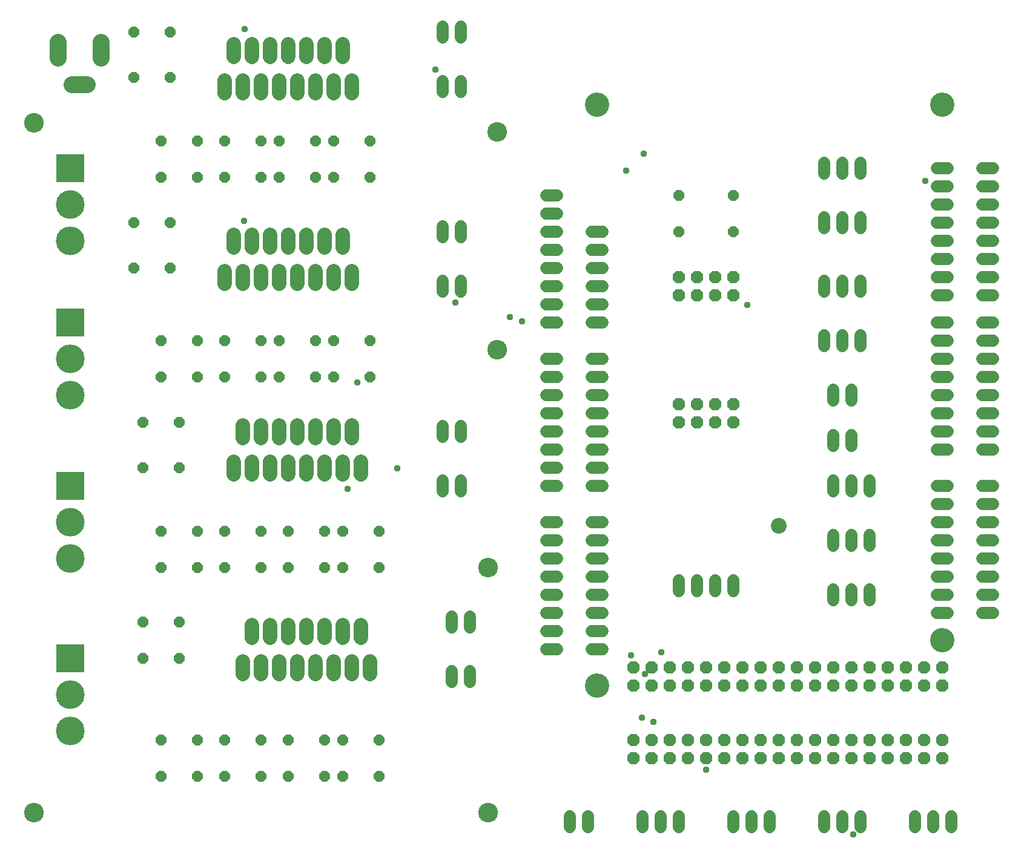
<source format=gts>
G75*
%MOIN*%
%OFA0B0*%
%FSLAX25Y25*%
%IPPOS*%
%LPD*%
%AMOC8*
5,1,8,0,0,1.08239X$1,22.5*
%
%ADD10C,0.10800*%
%ADD11C,0.06800*%
%ADD12OC8,0.06000*%
%ADD13OC8,0.06800*%
%ADD14C,0.07887*%
%ADD15C,0.13398*%
%ADD16C,0.08674*%
%ADD17R,0.15800X0.15800*%
%ADD18C,0.15800*%
%ADD19C,0.09400*%
%ADD20C,0.03778*%
D10*
X0021500Y0021500D03*
X0271500Y0021500D03*
X0271500Y0156500D03*
X0276500Y0276500D03*
X0276500Y0396500D03*
X0021500Y0401500D03*
D11*
X0246500Y0418500D02*
X0246500Y0424500D01*
X0256500Y0424500D02*
X0256500Y0418500D01*
X0256500Y0448500D02*
X0256500Y0454500D01*
X0246500Y0454500D02*
X0246500Y0448500D01*
X0303500Y0361500D02*
X0309500Y0361500D01*
X0309500Y0351500D02*
X0303500Y0351500D01*
X0303500Y0341500D02*
X0309500Y0341500D01*
X0309500Y0331500D02*
X0303500Y0331500D01*
X0303500Y0321500D02*
X0309500Y0321500D01*
X0309500Y0311500D02*
X0303500Y0311500D01*
X0303500Y0301500D02*
X0309500Y0301500D01*
X0309500Y0291500D02*
X0303500Y0291500D01*
X0303500Y0271500D02*
X0309500Y0271500D01*
X0309500Y0261500D02*
X0303500Y0261500D01*
X0303500Y0251500D02*
X0309500Y0251500D01*
X0309500Y0241500D02*
X0303500Y0241500D01*
X0303500Y0231500D02*
X0309500Y0231500D01*
X0309500Y0221500D02*
X0303500Y0221500D01*
X0303500Y0211500D02*
X0309500Y0211500D01*
X0309500Y0201500D02*
X0303500Y0201500D01*
X0303500Y0181500D02*
X0309500Y0181500D01*
X0309500Y0171500D02*
X0303500Y0171500D01*
X0303500Y0161500D02*
X0309500Y0161500D01*
X0309500Y0151500D02*
X0303500Y0151500D01*
X0303500Y0141500D02*
X0309500Y0141500D01*
X0309500Y0131500D02*
X0303500Y0131500D01*
X0303500Y0121500D02*
X0309500Y0121500D01*
X0309500Y0111500D02*
X0303500Y0111500D01*
X0328500Y0111500D02*
X0334500Y0111500D01*
X0334500Y0121500D02*
X0328500Y0121500D01*
X0328500Y0131500D02*
X0334500Y0131500D01*
X0334500Y0141500D02*
X0328500Y0141500D01*
X0328500Y0151500D02*
X0334500Y0151500D01*
X0334500Y0161500D02*
X0328500Y0161500D01*
X0328500Y0171500D02*
X0334500Y0171500D01*
X0334500Y0181500D02*
X0328500Y0181500D01*
X0328500Y0201500D02*
X0334500Y0201500D01*
X0334500Y0211500D02*
X0328500Y0211500D01*
X0328500Y0221500D02*
X0334500Y0221500D01*
X0334500Y0231500D02*
X0328500Y0231500D01*
X0328500Y0241500D02*
X0334500Y0241500D01*
X0334500Y0251500D02*
X0328500Y0251500D01*
X0328500Y0261500D02*
X0334500Y0261500D01*
X0334500Y0271500D02*
X0328500Y0271500D01*
X0328500Y0291500D02*
X0334500Y0291500D01*
X0334500Y0301500D02*
X0328500Y0301500D01*
X0328500Y0311500D02*
X0334500Y0311500D01*
X0334500Y0321500D02*
X0328500Y0321500D01*
X0328500Y0331500D02*
X0334500Y0331500D01*
X0334500Y0341500D02*
X0328500Y0341500D01*
X0256500Y0338500D02*
X0256500Y0344500D01*
X0246500Y0344500D02*
X0246500Y0338500D01*
X0246500Y0314500D02*
X0246500Y0308500D01*
X0256500Y0308500D02*
X0256500Y0314500D01*
X0256500Y0234500D02*
X0256500Y0228500D01*
X0246500Y0228500D02*
X0246500Y0234500D01*
X0246500Y0204500D02*
X0246500Y0198500D01*
X0256500Y0198500D02*
X0256500Y0204500D01*
X0251500Y0129500D02*
X0251500Y0123500D01*
X0261500Y0123500D02*
X0261500Y0129500D01*
X0261500Y0099500D02*
X0261500Y0093500D01*
X0251500Y0093500D02*
X0251500Y0099500D01*
X0316500Y0019500D02*
X0316500Y0013500D01*
X0326500Y0013500D02*
X0326500Y0019500D01*
X0356500Y0019500D02*
X0356500Y0013500D01*
X0366500Y0013500D02*
X0366500Y0019500D01*
X0376500Y0019500D02*
X0376500Y0013500D01*
X0406500Y0013500D02*
X0406500Y0019500D01*
X0416500Y0019500D02*
X0416500Y0013500D01*
X0426500Y0013500D02*
X0426500Y0019500D01*
X0456500Y0019500D02*
X0456500Y0013500D01*
X0466500Y0013500D02*
X0466500Y0019500D01*
X0476500Y0019500D02*
X0476500Y0013500D01*
X0506500Y0013500D02*
X0506500Y0019500D01*
X0516500Y0019500D02*
X0516500Y0013500D01*
X0526500Y0013500D02*
X0526500Y0019500D01*
X0524500Y0131500D02*
X0518500Y0131500D01*
X0518500Y0141500D02*
X0524500Y0141500D01*
X0524500Y0151500D02*
X0518500Y0151500D01*
X0518500Y0161500D02*
X0524500Y0161500D01*
X0524500Y0171500D02*
X0518500Y0171500D01*
X0518500Y0181500D02*
X0524500Y0181500D01*
X0524500Y0191500D02*
X0518500Y0191500D01*
X0518500Y0201500D02*
X0524500Y0201500D01*
X0543500Y0201500D02*
X0549500Y0201500D01*
X0549500Y0191500D02*
X0543500Y0191500D01*
X0543500Y0181500D02*
X0549500Y0181500D01*
X0549500Y0171500D02*
X0543500Y0171500D01*
X0543500Y0161500D02*
X0549500Y0161500D01*
X0549500Y0151500D02*
X0543500Y0151500D01*
X0543500Y0141500D02*
X0549500Y0141500D01*
X0549500Y0131500D02*
X0543500Y0131500D01*
X0481500Y0138500D02*
X0481500Y0144500D01*
X0471500Y0144500D02*
X0471500Y0138500D01*
X0461500Y0138500D02*
X0461500Y0144500D01*
X0461500Y0168500D02*
X0461500Y0174500D01*
X0471500Y0174500D02*
X0471500Y0168500D01*
X0481500Y0168500D02*
X0481500Y0174500D01*
X0481500Y0198500D02*
X0481500Y0204500D01*
X0471500Y0204500D02*
X0471500Y0198500D01*
X0461500Y0198500D02*
X0461500Y0204500D01*
X0461500Y0223500D02*
X0461500Y0229500D01*
X0471500Y0229500D02*
X0471500Y0223500D01*
X0471500Y0248500D02*
X0471500Y0254500D01*
X0461500Y0254500D02*
X0461500Y0248500D01*
X0456500Y0278500D02*
X0456500Y0284500D01*
X0466500Y0284500D02*
X0466500Y0278500D01*
X0476500Y0278500D02*
X0476500Y0284500D01*
X0476500Y0308500D02*
X0476500Y0314500D01*
X0466500Y0314500D02*
X0466500Y0308500D01*
X0456500Y0308500D02*
X0456500Y0314500D01*
X0456500Y0343500D02*
X0456500Y0349500D01*
X0466500Y0349500D02*
X0466500Y0343500D01*
X0476500Y0343500D02*
X0476500Y0349500D01*
X0476500Y0373500D02*
X0476500Y0379500D01*
X0466500Y0379500D02*
X0466500Y0373500D01*
X0456500Y0373500D02*
X0456500Y0379500D01*
X0518500Y0376500D02*
X0524500Y0376500D01*
X0524500Y0366500D02*
X0518500Y0366500D01*
X0518500Y0356500D02*
X0524500Y0356500D01*
X0524500Y0346500D02*
X0518500Y0346500D01*
X0518500Y0336500D02*
X0524500Y0336500D01*
X0524500Y0326500D02*
X0518500Y0326500D01*
X0518500Y0316500D02*
X0524500Y0316500D01*
X0524500Y0306500D02*
X0518500Y0306500D01*
X0518500Y0291500D02*
X0524500Y0291500D01*
X0524500Y0281500D02*
X0518500Y0281500D01*
X0518500Y0271500D02*
X0524500Y0271500D01*
X0524500Y0261500D02*
X0518500Y0261500D01*
X0518500Y0251500D02*
X0524500Y0251500D01*
X0524500Y0241500D02*
X0518500Y0241500D01*
X0518500Y0231500D02*
X0524500Y0231500D01*
X0524500Y0221500D02*
X0518500Y0221500D01*
X0543500Y0221500D02*
X0549500Y0221500D01*
X0549500Y0231500D02*
X0543500Y0231500D01*
X0543500Y0241500D02*
X0549500Y0241500D01*
X0549500Y0251500D02*
X0543500Y0251500D01*
X0543500Y0261500D02*
X0549500Y0261500D01*
X0549500Y0271500D02*
X0543500Y0271500D01*
X0543500Y0281500D02*
X0549500Y0281500D01*
X0549500Y0291500D02*
X0543500Y0291500D01*
X0543500Y0306500D02*
X0549500Y0306500D01*
X0549500Y0316500D02*
X0543500Y0316500D01*
X0543500Y0326500D02*
X0549500Y0326500D01*
X0549500Y0336500D02*
X0543500Y0336500D01*
X0543500Y0346500D02*
X0549500Y0346500D01*
X0549500Y0356500D02*
X0543500Y0356500D01*
X0543500Y0366500D02*
X0549500Y0366500D01*
X0549500Y0376500D02*
X0543500Y0376500D01*
X0406500Y0149500D02*
X0406500Y0143500D01*
X0396500Y0143500D02*
X0396500Y0149500D01*
X0386500Y0149500D02*
X0386500Y0143500D01*
X0376500Y0143500D02*
X0376500Y0149500D01*
D12*
X0211500Y0156500D03*
X0191500Y0156500D03*
X0181500Y0156500D03*
X0181500Y0176500D03*
X0191500Y0176500D03*
X0211500Y0176500D03*
X0161500Y0176500D03*
X0146500Y0176500D03*
X0146500Y0156500D03*
X0161500Y0156500D03*
X0126500Y0156500D03*
X0111500Y0156500D03*
X0091500Y0156500D03*
X0091500Y0176500D03*
X0111500Y0176500D03*
X0126500Y0176500D03*
X0101500Y0211500D03*
X0081500Y0211500D03*
X0081500Y0236500D03*
X0101500Y0236500D03*
X0091500Y0261500D03*
X0111500Y0261500D03*
X0126500Y0261500D03*
X0126500Y0281500D03*
X0111500Y0281500D03*
X0091500Y0281500D03*
X0096500Y0321500D03*
X0076500Y0321500D03*
X0076500Y0346500D03*
X0096500Y0346500D03*
X0091500Y0371500D03*
X0111500Y0371500D03*
X0126500Y0371500D03*
X0126500Y0391500D03*
X0111500Y0391500D03*
X0091500Y0391500D03*
X0096500Y0426500D03*
X0076500Y0426500D03*
X0076500Y0451500D03*
X0096500Y0451500D03*
X0146500Y0391500D03*
X0156500Y0391500D03*
X0156500Y0371500D03*
X0146500Y0371500D03*
X0176500Y0371500D03*
X0186500Y0371500D03*
X0206500Y0371500D03*
X0206500Y0391500D03*
X0186500Y0391500D03*
X0176500Y0391500D03*
X0176500Y0281500D03*
X0186500Y0281500D03*
X0206500Y0281500D03*
X0206500Y0261500D03*
X0186500Y0261500D03*
X0176500Y0261500D03*
X0156500Y0261500D03*
X0146500Y0261500D03*
X0146500Y0281500D03*
X0156500Y0281500D03*
X0101500Y0126500D03*
X0101500Y0106500D03*
X0081500Y0106500D03*
X0081500Y0126500D03*
X0091500Y0061500D03*
X0111500Y0061500D03*
X0126500Y0061500D03*
X0126500Y0041500D03*
X0111500Y0041500D03*
X0091500Y0041500D03*
X0146500Y0041500D03*
X0161500Y0041500D03*
X0161500Y0061500D03*
X0146500Y0061500D03*
X0181500Y0061500D03*
X0191500Y0061500D03*
X0211500Y0061500D03*
X0211500Y0041500D03*
X0191500Y0041500D03*
X0181500Y0041500D03*
X0376500Y0341500D03*
X0376500Y0361500D03*
X0406500Y0361500D03*
X0406500Y0341500D03*
D13*
X0406500Y0316500D03*
X0406500Y0306500D03*
X0396500Y0306500D03*
X0396500Y0316500D03*
X0386500Y0316500D03*
X0386500Y0306500D03*
X0376500Y0306500D03*
X0376500Y0316500D03*
X0376500Y0246500D03*
X0376500Y0236500D03*
X0386500Y0236500D03*
X0386500Y0246500D03*
X0396500Y0246500D03*
X0396500Y0236500D03*
X0406500Y0236500D03*
X0406500Y0246500D03*
X0401500Y0101500D03*
X0401500Y0091500D03*
X0391500Y0091500D03*
X0391500Y0101500D03*
X0381500Y0101500D03*
X0381500Y0091500D03*
X0371500Y0091500D03*
X0361500Y0091500D03*
X0361500Y0101500D03*
X0371500Y0101500D03*
X0351500Y0101500D03*
X0351500Y0091500D03*
X0351500Y0061500D03*
X0351500Y0051500D03*
X0361500Y0051500D03*
X0371500Y0051500D03*
X0371500Y0061500D03*
X0361500Y0061500D03*
X0381500Y0061500D03*
X0381500Y0051500D03*
X0391500Y0051500D03*
X0391500Y0061500D03*
X0401500Y0061500D03*
X0401500Y0051500D03*
X0411500Y0051500D03*
X0421500Y0051500D03*
X0421500Y0061500D03*
X0411500Y0061500D03*
X0431500Y0061500D03*
X0431500Y0051500D03*
X0441500Y0051500D03*
X0441500Y0061500D03*
X0451500Y0061500D03*
X0461500Y0061500D03*
X0461500Y0051500D03*
X0451500Y0051500D03*
X0471500Y0051500D03*
X0471500Y0061500D03*
X0481500Y0061500D03*
X0481500Y0051500D03*
X0491500Y0051500D03*
X0491500Y0061500D03*
X0501500Y0061500D03*
X0511500Y0061500D03*
X0511500Y0051500D03*
X0501500Y0051500D03*
X0521500Y0051500D03*
X0521500Y0061500D03*
X0521500Y0091500D03*
X0521500Y0101500D03*
X0511500Y0101500D03*
X0501500Y0101500D03*
X0501500Y0091500D03*
X0511500Y0091500D03*
X0491500Y0091500D03*
X0491500Y0101500D03*
X0481500Y0101500D03*
X0481500Y0091500D03*
X0471500Y0091500D03*
X0471500Y0101500D03*
X0461500Y0101500D03*
X0451500Y0101500D03*
X0451500Y0091500D03*
X0461500Y0091500D03*
X0441500Y0091500D03*
X0441500Y0101500D03*
X0431500Y0101500D03*
X0431500Y0091500D03*
X0421500Y0091500D03*
X0411500Y0091500D03*
X0411500Y0101500D03*
X0421500Y0101500D03*
D14*
X0206500Y0097957D02*
X0206500Y0105043D01*
X0196500Y0105043D02*
X0196500Y0097957D01*
X0186500Y0097957D02*
X0186500Y0105043D01*
X0176500Y0105043D02*
X0176500Y0097957D01*
X0166500Y0097957D02*
X0166500Y0105043D01*
X0156500Y0105043D02*
X0156500Y0097957D01*
X0146500Y0097957D02*
X0146500Y0105043D01*
X0136500Y0105043D02*
X0136500Y0097957D01*
X0141500Y0117957D02*
X0141500Y0125043D01*
X0151500Y0125043D02*
X0151500Y0117957D01*
X0161500Y0117957D02*
X0161500Y0125043D01*
X0171500Y0125043D02*
X0171500Y0117957D01*
X0181500Y0117957D02*
X0181500Y0125043D01*
X0191500Y0125043D02*
X0191500Y0117957D01*
X0201500Y0117957D02*
X0201500Y0125043D01*
X0201500Y0207957D02*
X0201500Y0215043D01*
X0191500Y0215043D02*
X0191500Y0207957D01*
X0181500Y0207957D02*
X0181500Y0215043D01*
X0171500Y0215043D02*
X0171500Y0207957D01*
X0161500Y0207957D02*
X0161500Y0215043D01*
X0151500Y0215043D02*
X0151500Y0207957D01*
X0141500Y0207957D02*
X0141500Y0215043D01*
X0131500Y0215043D02*
X0131500Y0207957D01*
X0136500Y0227957D02*
X0136500Y0235043D01*
X0146500Y0235043D02*
X0146500Y0227957D01*
X0156500Y0227957D02*
X0156500Y0235043D01*
X0166500Y0235043D02*
X0166500Y0227957D01*
X0176500Y0227957D02*
X0176500Y0235043D01*
X0186500Y0235043D02*
X0186500Y0227957D01*
X0196500Y0227957D02*
X0196500Y0235043D01*
X0196500Y0312957D02*
X0196500Y0320043D01*
X0186500Y0320043D02*
X0186500Y0312957D01*
X0176500Y0312957D02*
X0176500Y0320043D01*
X0166500Y0320043D02*
X0166500Y0312957D01*
X0156500Y0312957D02*
X0156500Y0320043D01*
X0146500Y0320043D02*
X0146500Y0312957D01*
X0136500Y0312957D02*
X0136500Y0320043D01*
X0126500Y0320043D02*
X0126500Y0312957D01*
X0131500Y0332957D02*
X0131500Y0340043D01*
X0141500Y0340043D02*
X0141500Y0332957D01*
X0151500Y0332957D02*
X0151500Y0340043D01*
X0161500Y0340043D02*
X0161500Y0332957D01*
X0171500Y0332957D02*
X0171500Y0340043D01*
X0181500Y0340043D02*
X0181500Y0332957D01*
X0191500Y0332957D02*
X0191500Y0340043D01*
X0186500Y0417957D02*
X0186500Y0425043D01*
X0196500Y0425043D02*
X0196500Y0417957D01*
X0176500Y0417957D02*
X0176500Y0425043D01*
X0166500Y0425043D02*
X0166500Y0417957D01*
X0156500Y0417957D02*
X0156500Y0425043D01*
X0146500Y0425043D02*
X0146500Y0417957D01*
X0136500Y0417957D02*
X0136500Y0425043D01*
X0126500Y0425043D02*
X0126500Y0417957D01*
X0131500Y0437957D02*
X0131500Y0445043D01*
X0141500Y0445043D02*
X0141500Y0437957D01*
X0151500Y0437957D02*
X0151500Y0445043D01*
X0161500Y0445043D02*
X0161500Y0437957D01*
X0171500Y0437957D02*
X0171500Y0445043D01*
X0181500Y0445043D02*
X0181500Y0437957D01*
X0191500Y0437957D02*
X0191500Y0445043D01*
D15*
X0331500Y0411500D03*
X0521500Y0411500D03*
X0521500Y0116500D03*
X0331500Y0091500D03*
D16*
X0431500Y0179500D03*
D17*
X0041500Y0201500D03*
X0041500Y0291500D03*
X0041500Y0376500D03*
X0041500Y0106500D03*
D18*
X0041500Y0086500D03*
X0041500Y0066500D03*
X0041500Y0161500D03*
X0041500Y0181500D03*
X0041500Y0251500D03*
X0041500Y0271500D03*
X0041500Y0336500D03*
X0041500Y0356500D03*
D19*
X0042200Y0422602D02*
X0050800Y0422602D01*
X0058311Y0437200D02*
X0058311Y0445800D01*
X0034689Y0445800D02*
X0034689Y0437200D01*
D20*
X0137500Y0453100D03*
X0242500Y0430900D03*
X0347500Y0375100D03*
X0357100Y0384700D03*
X0414100Y0301300D03*
X0511900Y0369700D03*
X0289900Y0292300D03*
X0283300Y0294700D03*
X0253300Y0302500D03*
X0199300Y0258700D03*
X0221500Y0211300D03*
X0193900Y0199900D03*
X0349900Y0108100D03*
X0357700Y0097900D03*
X0366700Y0109900D03*
X0355900Y0073900D03*
X0362500Y0071500D03*
X0391300Y0045100D03*
X0472300Y0009700D03*
X0136900Y0347500D03*
M02*

</source>
